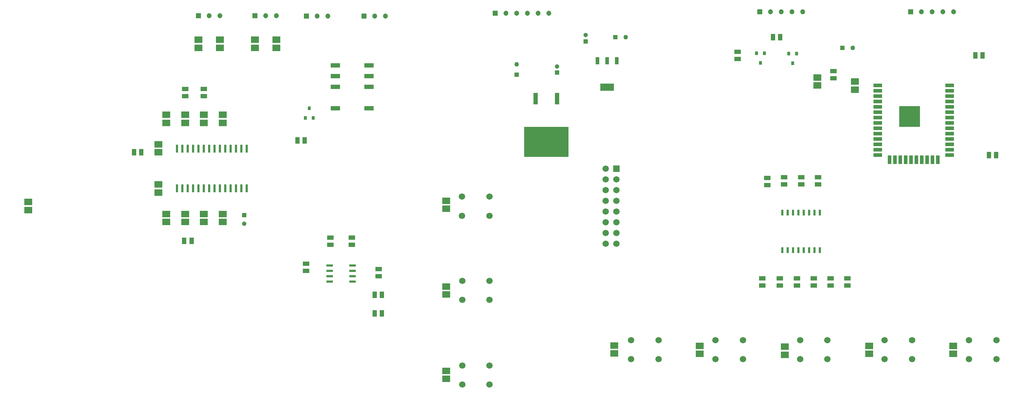
<source format=gbr>
G04 #@! TF.GenerationSoftware,KiCad,Pcbnew,5.0.0+dfsg1-2*
G04 #@! TF.CreationDate,2018-09-13T03:31:39+05:00*
G04 #@! TF.ProjectId,mainboard,6D61696E626F6172642E6B696361645F,rev?*
G04 #@! TF.SameCoordinates,Original*
G04 #@! TF.FileFunction,Paste,Top*
G04 #@! TF.FilePolarity,Positive*
%FSLAX46Y46*%
G04 Gerber Fmt 4.6, Leading zero omitted, Abs format (unit mm)*
G04 Created by KiCad (PCBNEW 5.0.0+dfsg1-2) date Thu Sep 13 03:31:39 2018*
%MOMM*%
%LPD*%
G01*
G04 APERTURE LIST*
%ADD10R,1.200000X1.200000*%
%ADD11C,1.200000*%
%ADD12R,1.500000X1.500000*%
%ADD13C,1.500000*%
%ADD14R,1.000000X1.600000*%
%ADD15R,1.850000X1.550000*%
%ADD16R,1.050000X1.050000*%
%ADD17C,1.050000*%
%ADD18C,1.100000*%
%ADD19R,1.100000X1.100000*%
%ADD20R,0.950000X1.750000*%
%ADD21R,3.200000X1.750000*%
%ADD22R,1.050000X2.800000*%
%ADD23R,10.500000X7.200000*%
%ADD24R,0.600000X1.975000*%
%ADD25R,1.525000X0.600000*%
%ADD26R,2.000000X0.900000*%
%ADD27R,0.900000X2.000000*%
%ADD28R,5.000000X5.000000*%
%ADD29R,0.600000X1.425000*%
%ADD30R,2.200000X1.000000*%
%ADD31R,1.600000X1.000000*%
%ADD32R,0.800000X0.900000*%
G04 APERTURE END LIST*
D10*
G04 #@! TO.C,X2*
X562920000Y-154000000D03*
D11*
X565460000Y-154000000D03*
X568000000Y-154000000D03*
X570540000Y-154000000D03*
X573080000Y-154000000D03*
G04 #@! TD*
D12*
G04 #@! TO.C,D1*
X493240000Y-191110000D03*
D13*
X490700000Y-191110000D03*
X493240000Y-193650000D03*
X490700000Y-193650000D03*
X493240000Y-196190000D03*
X490700000Y-196190000D03*
X493240000Y-198730000D03*
X490700000Y-198730000D03*
X493240000Y-201270000D03*
X490700000Y-201270000D03*
X493240000Y-203810000D03*
X490700000Y-203810000D03*
X493240000Y-206350000D03*
X490700000Y-206350000D03*
X493240000Y-208890000D03*
X490700000Y-208890000D03*
G04 #@! TD*
D14*
G04 #@! TO.C,R26*
X532035000Y-160000000D03*
X530335000Y-160000000D03*
G04 #@! TD*
D15*
G04 #@! TO.C,C1*
X407645000Y-162495000D03*
X407645000Y-160595000D03*
G04 #@! TD*
G04 #@! TO.C,C2*
X412725000Y-160595000D03*
X412725000Y-162495000D03*
G04 #@! TD*
G04 #@! TO.C,C3*
X394310000Y-160595000D03*
X394310000Y-162495000D03*
G04 #@! TD*
G04 #@! TO.C,C4*
X399390000Y-162500000D03*
X399390000Y-160600000D03*
G04 #@! TD*
D16*
G04 #@! TO.C,C5*
X405105000Y-202140000D03*
D17*
X405105000Y-204140000D03*
G04 #@! TD*
G04 #@! TO.C,C6*
X486000000Y-159500000D03*
D16*
X486000000Y-161000000D03*
G04 #@! TD*
D18*
G04 #@! TO.C,C7*
X469645000Y-166390000D03*
D19*
X469645000Y-168890000D03*
G04 #@! TD*
G04 #@! TO.C,C8*
X493000000Y-160000000D03*
D18*
X495500000Y-160000000D03*
G04 #@! TD*
D16*
G04 #@! TO.C,C9*
X479170000Y-168390000D03*
D17*
X479170000Y-166890000D03*
G04 #@! TD*
D15*
G04 #@! TO.C,C10*
X395580000Y-201870000D03*
X395580000Y-203770000D03*
G04 #@! TD*
G04 #@! TO.C,C11*
X391160000Y-201870000D03*
X391160000Y-203770000D03*
G04 #@! TD*
G04 #@! TO.C,C12*
X386690000Y-203770000D03*
X386690000Y-201870000D03*
G04 #@! TD*
G04 #@! TO.C,C13*
X384785000Y-187260000D03*
X384785000Y-185360000D03*
G04 #@! TD*
G04 #@! TO.C,C14*
X384785000Y-196785000D03*
X384785000Y-194885000D03*
G04 #@! TD*
D19*
G04 #@! TO.C,C15*
X546750000Y-162545000D03*
D18*
X549250000Y-162545000D03*
G04 #@! TD*
D15*
G04 #@! TO.C,C16*
X549715000Y-172385000D03*
X549715000Y-170485000D03*
G04 #@! TD*
G04 #@! TO.C,C17*
X400025000Y-201870000D03*
X400025000Y-203770000D03*
G04 #@! TD*
G04 #@! TO.C,C18*
X400025000Y-180280000D03*
X400025000Y-178380000D03*
G04 #@! TD*
G04 #@! TO.C,C19*
X395580000Y-178380000D03*
X395580000Y-180280000D03*
G04 #@! TD*
G04 #@! TO.C,C20*
X391135000Y-180280000D03*
X391135000Y-178380000D03*
G04 #@! TD*
G04 #@! TO.C,C21*
X386690000Y-178380000D03*
X386690000Y-180280000D03*
G04 #@! TD*
G04 #@! TO.C,C22*
X354000000Y-200950000D03*
X354000000Y-199050000D03*
G04 #@! TD*
G04 #@! TO.C,C23*
X540825000Y-169530000D03*
X540825000Y-171430000D03*
G04 #@! TD*
G04 #@! TO.C,C24*
X573000000Y-233100000D03*
X573000000Y-235000000D03*
G04 #@! TD*
G04 #@! TO.C,C25*
X513000000Y-235000000D03*
X513000000Y-233100000D03*
G04 #@! TD*
G04 #@! TO.C,C26*
X553130000Y-233100000D03*
X553130000Y-235000000D03*
G04 #@! TD*
G04 #@! TO.C,C27*
X452950000Y-198755000D03*
X452950000Y-200655000D03*
G04 #@! TD*
G04 #@! TO.C,C28*
X533175000Y-235215000D03*
X533175000Y-233315000D03*
G04 #@! TD*
G04 #@! TO.C,C29*
X492760000Y-233045000D03*
X492760000Y-234945000D03*
G04 #@! TD*
G04 #@! TO.C,C30*
X453000000Y-220950000D03*
X453000000Y-219050000D03*
G04 #@! TD*
G04 #@! TO.C,C31*
X453000000Y-239035000D03*
X453000000Y-240935000D03*
G04 #@! TD*
D20*
G04 #@! TO.C,DA1*
X493340000Y-165555000D03*
X491040000Y-165555000D03*
X488740000Y-165555000D03*
D21*
X491040000Y-171855000D03*
G04 #@! TD*
D22*
G04 #@! TO.C,DA2*
X479170000Y-174585000D03*
X474090000Y-174585000D03*
D23*
X476630000Y-184785000D03*
G04 #@! TD*
D24*
G04 #@! TO.C,DA3*
X405740000Y-186375000D03*
X404470000Y-186375000D03*
X403200000Y-186375000D03*
X401930000Y-186375000D03*
X400660000Y-186375000D03*
X399390000Y-186375000D03*
X398120000Y-186375000D03*
X396850000Y-186375000D03*
X395580000Y-186375000D03*
X394310000Y-186375000D03*
X393040000Y-186375000D03*
X391770000Y-186375000D03*
X390500000Y-186375000D03*
X389230000Y-186375000D03*
X405740000Y-195775000D03*
X404470000Y-195775000D03*
X403200000Y-195775000D03*
X401930000Y-195775000D03*
X400660000Y-195775000D03*
X399390000Y-195775000D03*
X398120000Y-195775000D03*
X396850000Y-195775000D03*
X395580000Y-195775000D03*
X394310000Y-195775000D03*
X393040000Y-195775000D03*
X391770000Y-195775000D03*
X390500000Y-195775000D03*
X389230000Y-195775000D03*
G04 #@! TD*
D25*
G04 #@! TO.C,DA4*
X425360000Y-214060000D03*
X425360000Y-215330000D03*
X425360000Y-216600000D03*
X425360000Y-217870000D03*
X430760000Y-214060000D03*
X430760000Y-215330000D03*
X430760000Y-216600000D03*
X430760000Y-217870000D03*
G04 #@! TD*
D26*
G04 #@! TO.C,DD1*
X555185000Y-171410000D03*
X555185000Y-172680000D03*
X555185000Y-173950000D03*
X555185000Y-175220000D03*
X555185000Y-176490000D03*
X555185000Y-177760000D03*
X555185000Y-179030000D03*
X555185000Y-180300000D03*
X555185000Y-181570000D03*
X555185000Y-182840000D03*
X555185000Y-184110000D03*
X555185000Y-185380000D03*
X555185000Y-186650000D03*
X555185000Y-187920000D03*
D27*
X557970000Y-189015000D03*
X559240000Y-189015000D03*
X560510000Y-189015000D03*
X561780000Y-189015000D03*
X563050000Y-189015000D03*
X564320000Y-189015000D03*
X565590000Y-189015000D03*
X566860000Y-189015000D03*
X568130000Y-189015000D03*
X569400000Y-189015000D03*
D26*
X572185000Y-187920000D03*
X572185000Y-186650000D03*
X572185000Y-185380000D03*
X572185000Y-184110000D03*
X572185000Y-182840000D03*
X572185000Y-181570000D03*
X572185000Y-180300000D03*
X572185000Y-179030000D03*
X572185000Y-177760000D03*
X572185000Y-176490000D03*
X572185000Y-175220000D03*
X572185000Y-173950000D03*
X572185000Y-172680000D03*
X572185000Y-171410000D03*
D28*
X562685000Y-178755000D03*
G04 #@! TD*
D29*
G04 #@! TO.C,DD2*
X541445000Y-201550000D03*
X540175000Y-201550000D03*
X538905000Y-201550000D03*
X537635000Y-201550000D03*
X536365000Y-201550000D03*
X535095000Y-201550000D03*
X533825000Y-201550000D03*
X532555000Y-201550000D03*
X541445000Y-210450000D03*
X540175000Y-210450000D03*
X538905000Y-210450000D03*
X537635000Y-210450000D03*
X536365000Y-210450000D03*
X535095000Y-210450000D03*
X533825000Y-210450000D03*
X532555000Y-210450000D03*
G04 #@! TD*
D30*
G04 #@! TO.C,K1*
X426680000Y-169215000D03*
X434680000Y-169215000D03*
X426680000Y-176835000D03*
X426680000Y-171755000D03*
X434680000Y-176835000D03*
X434680000Y-171755000D03*
X426680000Y-166675000D03*
X434680000Y-166675000D03*
G04 #@! TD*
D31*
G04 #@! TO.C,R1*
X548000000Y-218850000D03*
X548000000Y-217150000D03*
G04 #@! TD*
G04 #@! TO.C,R2*
X544000000Y-217150000D03*
X544000000Y-218850000D03*
G04 #@! TD*
D14*
G04 #@! TO.C,R3*
X578231000Y-164338000D03*
X579931000Y-164338000D03*
G04 #@! TD*
G04 #@! TO.C,R4*
X390945000Y-208280000D03*
X392645000Y-208280000D03*
G04 #@! TD*
G04 #@! TO.C,R5*
X379070000Y-187265000D03*
X380770000Y-187265000D03*
G04 #@! TD*
G04 #@! TO.C,R6*
X417765000Y-184455000D03*
X419465000Y-184455000D03*
G04 #@! TD*
D31*
G04 #@! TO.C,R7*
X425520000Y-209195000D03*
X425520000Y-207495000D03*
G04 #@! TD*
G04 #@! TO.C,R8*
X430600000Y-209195000D03*
X430600000Y-207495000D03*
G04 #@! TD*
D14*
G04 #@! TO.C,R9*
X437730000Y-225425000D03*
X436030000Y-225425000D03*
G04 #@! TD*
G04 #@! TO.C,R10*
X436000000Y-221000000D03*
X437700000Y-221000000D03*
G04 #@! TD*
D31*
G04 #@! TO.C,R11*
X395580000Y-173930000D03*
X395580000Y-172230000D03*
G04 #@! TD*
G04 #@! TO.C,R12*
X391135000Y-172230000D03*
X391135000Y-173930000D03*
G04 #@! TD*
G04 #@! TO.C,R13*
X419805000Y-215330000D03*
X419805000Y-213630000D03*
G04 #@! TD*
G04 #@! TO.C,R14*
X436950000Y-216600000D03*
X436950000Y-214900000D03*
G04 #@! TD*
G04 #@! TO.C,R15*
X541000000Y-193150000D03*
X541000000Y-194850000D03*
G04 #@! TD*
G04 #@! TO.C,R16*
X537000000Y-194850000D03*
X537000000Y-193150000D03*
G04 #@! TD*
G04 #@! TO.C,R17*
X533000000Y-193150000D03*
X533000000Y-194850000D03*
G04 #@! TD*
G04 #@! TO.C,R18*
X529000000Y-193300000D03*
X529000000Y-195000000D03*
G04 #@! TD*
G04 #@! TO.C,R19*
X527812000Y-218850000D03*
X527812000Y-217150000D03*
G04 #@! TD*
G04 #@! TO.C,R20*
X532000000Y-217150000D03*
X532000000Y-218850000D03*
G04 #@! TD*
G04 #@! TO.C,R21*
X536000000Y-218850000D03*
X536000000Y-217150000D03*
G04 #@! TD*
G04 #@! TO.C,R22*
X540000000Y-217150000D03*
X540000000Y-218850000D03*
G04 #@! TD*
G04 #@! TO.C,R23*
X544635000Y-168045000D03*
X544635000Y-169745000D03*
G04 #@! TD*
D14*
G04 #@! TO.C,R24*
X583165000Y-187945000D03*
X581465000Y-187945000D03*
G04 #@! TD*
D31*
G04 #@! TO.C,R25*
X522000000Y-165165000D03*
X522000000Y-163465000D03*
G04 #@! TD*
D13*
G04 #@! TO.C,SB1*
X583250000Y-231750000D03*
X576750000Y-231750000D03*
X583250000Y-236250000D03*
X576750000Y-236250000D03*
G04 #@! TD*
G04 #@! TO.C,SB2*
X516750000Y-236250000D03*
X523250000Y-236250000D03*
X516750000Y-231750000D03*
X523250000Y-231750000D03*
G04 #@! TD*
G04 #@! TO.C,SB3*
X563250000Y-231750000D03*
X556750000Y-231750000D03*
X563250000Y-236250000D03*
X556750000Y-236250000D03*
G04 #@! TD*
G04 #@! TO.C,SB4*
X463185000Y-197775000D03*
X456685000Y-197775000D03*
X463185000Y-202275000D03*
X456685000Y-202275000D03*
G04 #@! TD*
G04 #@! TO.C,SB5*
X536750000Y-236250000D03*
X543250000Y-236250000D03*
X536750000Y-231750000D03*
X543250000Y-231750000D03*
G04 #@! TD*
G04 #@! TO.C,SB6*
X496750000Y-236250000D03*
X503250000Y-236250000D03*
X496750000Y-231750000D03*
X503250000Y-231750000D03*
G04 #@! TD*
G04 #@! TO.C,SB7*
X463250000Y-217750000D03*
X456750000Y-217750000D03*
X463250000Y-222250000D03*
X456750000Y-222250000D03*
G04 #@! TD*
G04 #@! TO.C,SB8*
X463250000Y-237750000D03*
X456750000Y-237750000D03*
X463250000Y-242250000D03*
X456750000Y-242250000D03*
G04 #@! TD*
D32*
G04 #@! TO.C,VT1*
X419570000Y-179135000D03*
X421470000Y-179135000D03*
X420520000Y-176835000D03*
G04 #@! TD*
G04 #@! TO.C,VT2*
X535950000Y-163850000D03*
X534050000Y-163850000D03*
X535000000Y-166150000D03*
G04 #@! TD*
G04 #@! TO.C,VT3*
X527375000Y-166100000D03*
X526425000Y-163800000D03*
X528325000Y-163800000D03*
G04 #@! TD*
D10*
G04 #@! TO.C,X1*
X464565000Y-154305000D03*
D11*
X467105000Y-154305000D03*
X469645000Y-154305000D03*
X472185000Y-154305000D03*
X474725000Y-154305000D03*
X477265000Y-154305000D03*
G04 #@! TD*
D10*
G04 #@! TO.C,X3*
X407645000Y-154880000D03*
D11*
X410185000Y-154880000D03*
X412725000Y-154880000D03*
G04 #@! TD*
D10*
G04 #@! TO.C,X4*
X394310000Y-154880000D03*
D11*
X396850000Y-154880000D03*
X399390000Y-154880000D03*
G04 #@! TD*
D10*
G04 #@! TO.C,X5*
X419885000Y-155000000D03*
D11*
X422425000Y-155000000D03*
X424965000Y-155000000D03*
G04 #@! TD*
G04 #@! TO.C,X6*
X438540000Y-155000000D03*
X436000000Y-155000000D03*
D10*
X433460000Y-155000000D03*
G04 #@! TD*
G04 #@! TO.C,X7*
X527185000Y-154000000D03*
D11*
X529725000Y-154000000D03*
X532265000Y-154000000D03*
X534805000Y-154000000D03*
X537345000Y-154000000D03*
G04 #@! TD*
M02*

</source>
